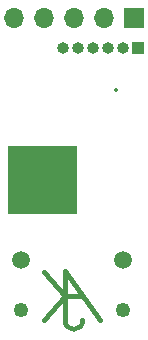
<source format=gbr>
%TF.GenerationSoftware,KiCad,Pcbnew,(6.0.1-0)*%
%TF.CreationDate,2022-02-07T08:59:29+00:00*%
%TF.ProjectId,Shelly,5368656c-6c79-42e6-9b69-6361645f7063,4*%
%TF.SameCoordinates,Original*%
%TF.FileFunction,Soldermask,Bot*%
%TF.FilePolarity,Negative*%
%FSLAX46Y46*%
G04 Gerber Fmt 4.6, Leading zero omitted, Abs format (unit mm)*
G04 Created by KiCad (PCBNEW (6.0.1-0)) date 2022-02-07 08:59:29*
%MOMM*%
%LPD*%
G01*
G04 APERTURE LIST*
%ADD10C,0.450000*%
%ADD11R,1.700000X1.700000*%
%ADD12O,1.700000X1.700000*%
%ADD13C,0.350000*%
%ADD14C,1.500000*%
%ADD15C,1.250000*%
%ADD16R,1.000000X1.000000*%
%ADD17O,1.000000X1.000000*%
G04 APERTURE END LIST*
D10*
%TO.C,Art1*%
X176400000Y-77500000D02*
X179400000Y-81700000D01*
X174600000Y-77600000D02*
X176400000Y-79600000D01*
X176400000Y-79600000D02*
X174600000Y-81700000D01*
X176400000Y-79600000D02*
X177900000Y-79600000D01*
X176400000Y-77500000D02*
X176400000Y-81700000D01*
X176400000Y-81700000D02*
G75*
G03*
X177900000Y-81700000I750000J0D01*
G01*
%TO.C,Art2*%
G36*
X177400000Y-72700000D02*
G01*
X171600000Y-72700000D01*
X171600000Y-66900000D01*
X177400000Y-66900000D01*
X177400000Y-72700000D01*
G37*
%TD*%
D11*
%TO.C,J1*%
X182200000Y-56100000D03*
D12*
X179660000Y-56100000D03*
X177120000Y-56100000D03*
X174580000Y-56100000D03*
X172040000Y-56100000D03*
%TD*%
D13*
%TO.C,U1*%
X180700000Y-62200000D03*
%TD*%
D14*
%TO.C,J3*%
X181320000Y-76620000D03*
D15*
X181320000Y-80790000D03*
X172680000Y-80790000D03*
D14*
X172680000Y-76620000D03*
%TD*%
D16*
%TO.C,J2*%
X182600000Y-58600000D03*
D17*
X181330000Y-58600000D03*
X180060000Y-58600000D03*
X178790000Y-58600000D03*
X177520000Y-58600000D03*
X176250000Y-58600000D03*
%TD*%
M02*

</source>
